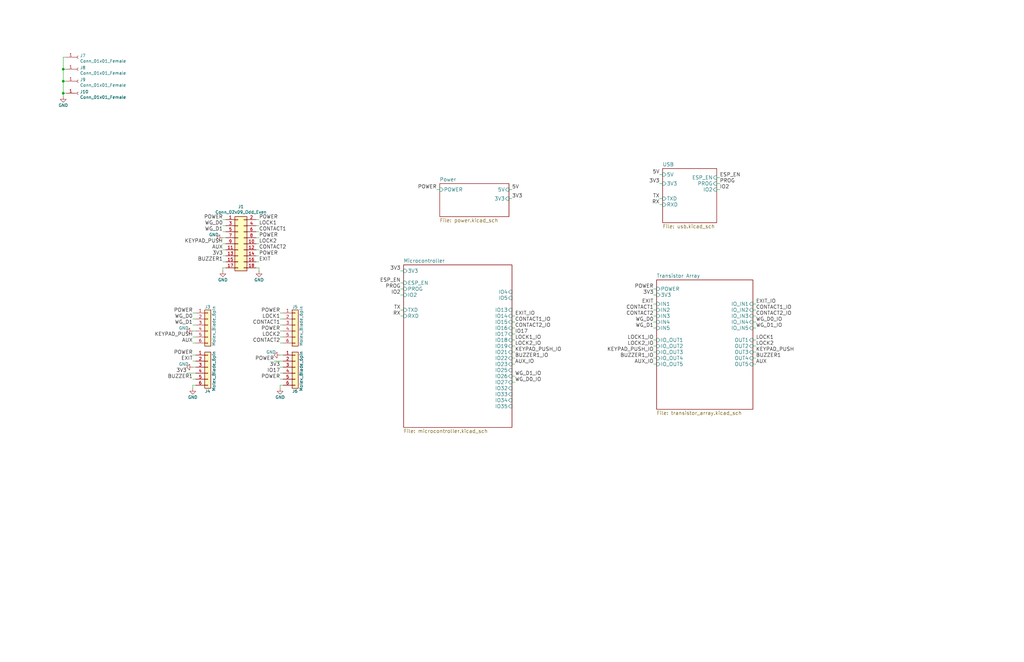
<source format=kicad_sch>
(kicad_sch (version 20211123) (generator eeschema)
  (paper "USLedger")
  (lib_symbols
    (symbol "Connector:Conn_01x01_Female" (pin_names (offset 1.016) hide)
      (property "Reference" "J" (at 0 2.54 0))
      (property "Value" "Connector_Conn_01x01_Female" (at 0 -2.54 0))
      (symbol "Conn_01x01_Female_1_1"
        (polyline (pts (xy -1.27 0) (xy -0.508 0)) (stroke (width 0.1524)))
        (arc (start 0 0.508) (mid -0.508 0) (end 0 -0.508) (stroke (width 0.1524)))
        (pin passive line (at -5.08 0 0) (length 3.81) (name "Pin_1") (number "1"))
      )
    )
    (symbol "Connector_Generic:Conn_02x09_Odd_Even" (pin_names (offset 1.016) hide)
      (property "Reference" "J" (at 1.27 12.7 0))
      (property "Value" "Connector_Generic_Conn_02x09_Odd_Even" (at 1.27 -12.7 0))
      (symbol "Conn_02x09_Odd_Even_1_1"
        (rectangle (start -1.27 -10.033) (end 0 -10.287) (stroke (width 0.1524)))
        (rectangle (start -1.27 -7.493) (end 0 -7.747) (stroke (width 0.1524)))
        (rectangle (start -1.27 -4.953) (end 0 -5.207) (stroke (width 0.1524)))
        (rectangle (start -1.27 -2.413) (end 0 -2.667) (stroke (width 0.1524)))
        (rectangle (start -1.27 0.127) (end 0 -0.127) (stroke (width 0.1524)))
        (rectangle (start -1.27 2.667) (end 0 2.413) (stroke (width 0.1524)))
        (rectangle (start -1.27 5.207) (end 0 4.953) (stroke (width 0.1524)))
        (rectangle (start -1.27 7.747) (end 0 7.493) (stroke (width 0.1524)))
        (rectangle (start -1.27 10.287) (end 0 10.033) (stroke (width 0.1524)))
        (rectangle (start -1.27 11.43) (end 3.81 -11.43) (stroke (width 0.254)) (fill (type background)))
        (rectangle (start 3.81 -10.033) (end 2.54 -10.287) (stroke (width 0.1524)))
        (rectangle (start 3.81 -7.493) (end 2.54 -7.747) (stroke (width 0.1524)))
        (rectangle (start 3.81 -4.953) (end 2.54 -5.207) (stroke (width 0.1524)))
        (rectangle (start 3.81 -2.413) (end 2.54 -2.667) (stroke (width 0.1524)))
        (rectangle (start 3.81 0.127) (end 2.54 -0.127) (stroke (width 0.1524)))
        (rectangle (start 3.81 2.667) (end 2.54 2.413) (stroke (width 0.1524)))
        (rectangle (start 3.81 5.207) (end 2.54 4.953) (stroke (width 0.1524)))
        (rectangle (start 3.81 7.747) (end 2.54 7.493) (stroke (width 0.1524)))
        (rectangle (start 3.81 10.287) (end 2.54 10.033) (stroke (width 0.1524)))
        (pin passive line (at -5.08 10.16 0) (length 3.81) (name "Pin_1") (number "1"))
        (pin passive line (at 7.62 0 180) (length 3.81) (name "Pin_10") (number "10"))
        (pin passive line (at -5.08 -2.54 0) (length 3.81) (name "Pin_11") (number "11"))
        (pin passive line (at 7.62 -2.54 180) (length 3.81) (name "Pin_12") (number "12"))
        (pin passive line (at -5.08 -5.08 0) (length 3.81) (name "Pin_13") (number "13"))
        (pin passive line (at 7.62 -5.08 180) (length 3.81) (name "Pin_14") (number "14"))
        (pin passive line (at -5.08 -7.62 0) (length 3.81) (name "Pin_15") (number "15"))
        (pin passive line (at 7.62 -7.62 180) (length 3.81) (name "Pin_16") (number "16"))
        (pin passive line (at -5.08 -10.16 0) (length 3.81) (name "Pin_17") (number "17"))
        (pin passive line (at 7.62 -10.16 180) (length 3.81) (name "Pin_18") (number "18"))
        (pin passive line (at 7.62 10.16 180) (length 3.81) (name "Pin_2") (number "2"))
        (pin passive line (at -5.08 7.62 0) (length 3.81) (name "Pin_3") (number "3"))
        (pin passive line (at 7.62 7.62 180) (length 3.81) (name "Pin_4") (number "4"))
        (pin passive line (at -5.08 5.08 0) (length 3.81) (name "Pin_5") (number "5"))
        (pin passive line (at 7.62 5.08 180) (length 3.81) (name "Pin_6") (number "6"))
        (pin passive line (at -5.08 2.54 0) (length 3.81) (name "Pin_7") (number "7"))
        (pin passive line (at 7.62 2.54 180) (length 3.81) (name "Pin_8") (number "8"))
        (pin passive line (at -5.08 0 0) (length 3.81) (name "Pin_9") (number "9"))
      )
    )
    (symbol "power:GND" (power) (pin_names (offset 0))
      (property "Value" "power_GND" (at 0 -3.81 0))
      (symbol "GND_0_1"
        (polyline (pts (xy 0 0) (xy 0 -1.27) (xy 1.27 -1.27) (xy 0 -2.54) (xy -1.27 -1.27) (xy 0 -1.27)))
      )
      (symbol "GND_1_1"
        (pin power_in line (at 0 0 270) (length 0) hide (name "GND") (number "1"))
      )
    )
    (symbol "strike-controller-rescue:Molex_Blade_6pin-Open_Automation" (pin_names (offset 1.016) hide)
      (property "Reference" "J" (at 0 7.62 0))
      (property "Value" "Molex_Blade_6pin-Open_Automation" (at 0 -10.16 0))
      (symbol "Molex_Blade_6pin-Open_Automation_1_1"
        (rectangle (start -1.27 -7.493) (end 0 -7.747) (stroke (width 0.1524)))
        (rectangle (start -1.27 -4.953) (end 0 -5.207) (stroke (width 0.1524)))
        (rectangle (start -1.27 -2.413) (end 0 -2.667) (stroke (width 0.1524)))
        (rectangle (start -1.27 0.127) (end 0 -0.127) (stroke (width 0.1524)))
        (rectangle (start -1.27 2.667) (end 0 2.413) (stroke (width 0.1524)))
        (rectangle (start -1.27 5.207) (end 0 4.953) (stroke (width 0.1524)))
        (rectangle (start -1.27 6.35) (end 1.27 -8.89) (stroke (width 0.254)) (fill (type background)))
        (pin passive line (at -5.08 5.08 0) (length 3.81) (name "Pin_1") (number "1"))
        (pin passive line (at -5.08 2.54 0) (length 3.81) (name "Pin_2") (number "2"))
        (pin passive line (at -5.08 0 0) (length 3.81) (name "Pin_3") (number "3"))
        (pin passive line (at -5.08 -2.54 0) (length 3.81) (name "Pin_4") (number "4"))
        (pin passive line (at -5.08 -5.08 0) (length 3.81) (name "Pin_5") (number "5"))
        (pin passive line (at -5.08 -7.62 0) (length 3.81) (name "Pin_6") (number "6"))
      )
    )
  )
  (junction (at 26.67 34.29))
  (junction (at 26.67 29.21))
  (junction (at 26.67 39.37))
  (wire (pts (xy 275.59 128.27) (xy 276.86 128.27)))
  (wire (pts (xy 93.98 110.49) (xy 95.25 110.49)))
  (wire (pts (xy 217.17 146.05) (xy 215.9 146.05)))
  (wire (pts (xy 217.17 161.29) (xy 215.9 161.29)))
  (wire (pts (xy 303.53 77.47) (xy 302.26 77.47)))
  (wire (pts (xy 217.17 135.89) (xy 215.9 135.89)))
  (wire (pts (xy 81.28 144.78) (xy 82.55 144.78)))
  (wire (pts (xy 275.59 153.67) (xy 276.86 153.67)))
  (wire (pts (xy 26.67 29.21) (xy 26.67 24.13)))
  (wire (pts (xy 318.77 128.27) (xy 317.5 128.27)))
  (wire (pts (xy 168.91 124.46) (xy 170.18 124.46)))
  (wire (pts (xy 26.67 39.37) (xy 26.67 34.29)))
  (wire (pts (xy 26.67 24.13) (xy 27.94 24.13)))
  (wire (pts (xy 109.22 110.49) (xy 107.95 110.49)))
  (wire (pts (xy 81.28 142.24) (xy 82.55 142.24)))
  (wire (pts (xy 81.28 162.56) (xy 82.55 162.56)))
  (wire (pts (xy 275.59 130.81) (xy 276.86 130.81)))
  (wire (pts (xy 118.11 163.83) (xy 118.11 162.56)))
  (wire (pts (xy 318.77 151.13) (xy 317.5 151.13)))
  (wire (pts (xy 168.91 119.38) (xy 170.18 119.38)))
  (wire (pts (xy 78.74 157.48) (xy 82.55 157.48)))
  (wire (pts (xy 275.59 138.43) (xy 276.86 138.43)))
  (wire (pts (xy 81.28 134.62) (xy 82.55 134.62)))
  (wire (pts (xy 109.22 92.71) (xy 107.95 92.71)))
  (wire (pts (xy 26.67 40.64) (xy 26.67 39.37)))
  (wire (pts (xy 217.17 138.43) (xy 215.9 138.43)))
  (wire (pts (xy 109.22 114.3) (xy 109.22 113.03)))
  (wire (pts (xy 93.98 92.71) (xy 95.25 92.71)))
  (wire (pts (xy 81.28 160.02) (xy 82.55 160.02)))
  (wire (pts (xy 26.67 34.29) (xy 26.67 29.21)))
  (wire (pts (xy 81.28 132.08) (xy 82.55 132.08)))
  (wire (pts (xy 275.59 151.13) (xy 276.86 151.13)))
  (wire (pts (xy 109.22 113.03) (xy 107.95 113.03)))
  (wire (pts (xy 109.22 102.87) (xy 107.95 102.87)))
  (wire (pts (xy 278.13 73.66) (xy 279.4 73.66)))
  (wire (pts (xy 93.98 102.87) (xy 95.25 102.87)))
  (wire (pts (xy 318.77 146.05) (xy 317.5 146.05)))
  (wire (pts (xy 184.15 80.01) (xy 185.42 80.01)))
  (wire (pts (xy 93.98 105.41) (xy 95.25 105.41)))
  (wire (pts (xy 275.59 133.35) (xy 276.86 133.35)))
  (wire (pts (xy 118.11 142.24) (xy 119.38 142.24)))
  (wire (pts (xy 109.22 97.79) (xy 107.95 97.79)))
  (wire (pts (xy 118.11 154.94) (xy 119.38 154.94)))
  (wire (pts (xy 214.63 83.82) (xy 215.9 83.82)))
  (wire (pts (xy 27.94 39.37) (xy 26.67 39.37)))
  (wire (pts (xy 109.22 105.41) (xy 107.95 105.41)))
  (wire (pts (xy 217.17 153.67) (xy 215.9 153.67)))
  (wire (pts (xy 118.11 157.48) (xy 119.38 157.48)))
  (wire (pts (xy 217.17 140.97) (xy 215.9 140.97)))
  (wire (pts (xy 118.11 160.02) (xy 119.38 160.02)))
  (wire (pts (xy 81.28 139.7) (xy 82.55 139.7)))
  (wire (pts (xy 303.53 74.93) (xy 302.26 74.93)))
  (wire (pts (xy 275.59 135.89) (xy 276.86 135.89)))
  (wire (pts (xy 168.91 130.81) (xy 170.18 130.81)))
  (wire (pts (xy 278.13 86.36) (xy 279.4 86.36)))
  (wire (pts (xy 318.77 153.67) (xy 317.5 153.67)))
  (wire (pts (xy 93.98 107.95) (xy 95.25 107.95)))
  (wire (pts (xy 93.98 114.3) (xy 93.98 113.03)))
  (wire (pts (xy 118.11 134.62) (xy 119.38 134.62)))
  (wire (pts (xy 27.94 29.21) (xy 26.67 29.21)))
  (wire (pts (xy 214.63 80.01) (xy 215.9 80.01)))
  (wire (pts (xy 93.98 100.33) (xy 95.25 100.33)))
  (wire (pts (xy 275.59 143.51) (xy 276.86 143.51)))
  (wire (pts (xy 81.28 137.16) (xy 82.55 137.16)))
  (wire (pts (xy 278.13 77.47) (xy 279.4 77.47)))
  (wire (pts (xy 318.77 130.81) (xy 317.5 130.81)))
  (wire (pts (xy 118.11 144.78) (xy 119.38 144.78)))
  (wire (pts (xy 109.22 107.95) (xy 107.95 107.95)))
  (wire (pts (xy 27.94 34.29) (xy 26.67 34.29)))
  (wire (pts (xy 93.98 95.25) (xy 95.25 95.25)))
  (wire (pts (xy 217.17 151.13) (xy 215.9 151.13)))
  (wire (pts (xy 275.59 121.92) (xy 276.86 121.92)))
  (wire (pts (xy 318.77 138.43) (xy 317.5 138.43)))
  (wire (pts (xy 217.17 148.59) (xy 215.9 148.59)))
  (wire (pts (xy 118.11 132.08) (xy 119.38 132.08)))
  (wire (pts (xy 109.22 95.25) (xy 107.95 95.25)))
  (wire (pts (xy 118.11 162.56) (xy 119.38 162.56)))
  (wire (pts (xy 168.91 121.92) (xy 170.18 121.92)))
  (wire (pts (xy 109.22 100.33) (xy 107.95 100.33)))
  (wire (pts (xy 168.91 114.3) (xy 170.18 114.3)))
  (wire (pts (xy 118.11 137.16) (xy 119.38 137.16)))
  (wire (pts (xy 303.53 80.01) (xy 302.26 80.01)))
  (wire (pts (xy 318.77 133.35) (xy 317.5 133.35)))
  (wire (pts (xy 217.17 158.75) (xy 215.9 158.75)))
  (wire (pts (xy 275.59 124.46) (xy 276.86 124.46)))
  (wire (pts (xy 275.59 146.05) (xy 276.86 146.05)))
  (wire (pts (xy 318.77 148.59) (xy 317.5 148.59)))
  (wire (pts (xy 318.77 135.89) (xy 317.5 135.89)))
  (wire (pts (xy 81.28 149.86) (xy 82.55 149.86)))
  (wire (pts (xy 275.59 148.59) (xy 276.86 148.59)))
  (wire (pts (xy 217.17 133.35) (xy 215.9 133.35)))
  (wire (pts (xy 93.98 97.79) (xy 95.25 97.79)))
  (wire (pts (xy 81.28 152.4) (xy 82.55 152.4)))
  (wire (pts (xy 81.28 163.83) (xy 81.28 162.56)))
  (wire (pts (xy 115.57 152.4) (xy 119.38 152.4)))
  (wire (pts (xy 93.98 113.03) (xy 95.25 113.03)))
  (wire (pts (xy 318.77 143.51) (xy 317.5 143.51)))
  (wire (pts (xy 118.11 139.7) (xy 119.38 139.7)))
  (wire (pts (xy 217.17 143.51) (xy 215.9 143.51)))
  (wire (pts (xy 118.11 149.86) (xy 119.38 149.86)))
  (wire (pts (xy 168.91 133.35) (xy 170.18 133.35)))
  (wire (pts (xy 81.28 154.94) (xy 82.55 154.94)))
  (wire (pts (xy 278.13 83.82) (xy 279.4 83.82)))
  (label "IO17" (at 217.17 140.97 0) (effects (font (size 1.524 1.524))))
  (label "IO2" (at 303.53 80.01 0) (effects (font (size 1.524 1.524))))
  (label "POWER" (at 109.22 100.33 0) (effects (font (size 1.524 1.524))))
  (label "CONTACT2_IO" (at 318.77 133.35 0) (effects (font (size 1.524 1.524))))
  (label "POWER" (at 115.57 152.4 180) (effects (font (size 1.524 1.524))))
  (label "LOCK2" (at 318.77 146.05 0) (effects (font (size 1.524 1.524))))
  (label "LOCK1_IO" (at 275.59 143.51 180) (effects (font (size 1.524 1.524))))
  (label "POWER" (at 118.11 132.08 180) (effects (font (size 1.524 1.524))))
  (label "WG_D1_IO" (at 217.17 158.75 0) (effects (font (size 1.524 1.524))))
  (label "AUX" (at 318.77 153.67 0) (effects (font (size 1.524 1.524))))
  (label "CONTACT2" (at 109.22 105.41 0) (effects (font (size 1.524 1.524))))
  (label "BUZZER1" (at 318.77 151.13 0) (effects (font (size 1.524 1.524))))
  (label "CONTACT2_IO" (at 217.17 138.43 0) (effects (font (size 1.524 1.524))))
  (label "BUZZER1_IO" (at 217.17 151.13 0) (effects (font (size 1.524 1.524))))
  (label "BUZZER1" (at 81.28 160.02 180) (effects (font (size 1.524 1.524))))
  (label "TX" (at 278.13 83.82 180) (effects (font (size 1.524 1.524))))
  (label "POWER" (at 118.11 160.02 180) (effects (font (size 1.524 1.524))))
  (label "5V" (at 215.9 80.01 0) (effects (font (size 1.524 1.524))))
  (label "3V3" (at 215.9 83.82 0) (effects (font (size 1.524 1.524))))
  (label "ESP_EN" (at 303.53 74.93 0) (effects (font (size 1.524 1.524))))
  (label "LOCK1" (at 109.22 95.25 0) (effects (font (size 1.524 1.524))))
  (label "BUZZER1" (at 93.98 110.49 180) (effects (font (size 1.524 1.524))))
  (label "WG_D0_IO" (at 217.17 161.29 0) (effects (font (size 1.524 1.524))))
  (label "CONTACT2" (at 118.11 144.78 180) (effects (font (size 1.524 1.524))))
  (label "KEYPAD_PUSH" (at 318.77 148.59 0) (effects (font (size 1.524 1.524))))
  (label "AUX" (at 81.28 144.78 180) (effects (font (size 1.524 1.524))))
  (label "WG_D1_IO" (at 318.77 138.43 0) (effects (font (size 1.524 1.524))))
  (label "EXIT_IO" (at 318.77 128.27 0) (effects (font (size 1.524 1.524))))
  (label "3V3" (at 275.59 124.46 180) (effects (font (size 1.524 1.524))))
  (label "AUX_IO" (at 217.17 153.67 0) (effects (font (size 1.524 1.524))))
  (label "3V3" (at 278.13 77.47 180) (effects (font (size 1.524 1.524))))
  (label "WG_D0_IO" (at 318.77 135.89 0) (effects (font (size 1.524 1.524))))
  (label "KEYPAD_PUSH_IO" (at 275.59 148.59 180) (effects (font (size 1.524 1.524))))
  (label "EXIT_IO" (at 217.17 133.35 0) (effects (font (size 1.524 1.524))))
  (label "WG_D0" (at 81.28 134.62 180) (effects (font (size 1.524 1.524))))
  (label "POWER" (at 81.28 149.86 180) (effects (font (size 1.524 1.524))))
  (label "LOCK1" (at 118.11 134.62 180) (effects (font (size 1.524 1.524))))
  (label "POWER" (at 109.22 92.71 0) (effects (font (size 1.524 1.524))))
  (label "POWER" (at 93.98 92.71 180) (effects (font (size 1.524 1.524))))
  (label "EXIT" (at 275.59 128.27 180) (effects (font (size 1.524 1.524))))
  (label "POWER" (at 275.59 121.92 180) (effects (font (size 1.524 1.524))))
  (label "WG_D1" (at 81.28 137.16 180) (effects (font (size 1.524 1.524))))
  (label "EXIT" (at 109.22 110.49 0) (effects (font (size 1.524 1.524))))
  (label "CONTACT1_IO" (at 318.77 130.81 0) (effects (font (size 1.524 1.524))))
  (label "AUX_IO" (at 275.59 153.67 180) (effects (font (size 1.524 1.524))))
  (label "RX" (at 168.91 133.35 180) (effects (font (size 1.524 1.524))))
  (label "IO2" (at 168.91 124.46 180) (effects (font (size 1.524 1.524))))
  (label "CONTACT1" (at 118.11 137.16 180) (effects (font (size 1.524 1.524))))
  (label "3V3" (at 168.91 114.3 180) (effects (font (size 1.524 1.524))))
  (label "WG_D1" (at 93.98 97.79 180) (effects (font (size 1.524 1.524))))
  (label "LOCK2_IO" (at 217.17 146.05 0) (effects (font (size 1.524 1.524))))
  (label "KEYPAD_PUSH_IO" (at 217.17 148.59 0) (effects (font (size 1.524 1.524))))
  (label "WG_D0" (at 275.59 135.89 180) (effects (font (size 1.524 1.524))))
  (label "WG_D1" (at 275.59 138.43 180) (effects (font (size 1.524 1.524))))
  (label "PROG" (at 168.91 121.92 180) (effects (font (size 1.524 1.524))))
  (label "LOCK1_IO" (at 217.17 143.51 0) (effects (font (size 1.524 1.524))))
  (label "3V3" (at 78.74 157.48 180) (effects (font (size 1.524 1.524))))
  (label "CONTACT1" (at 275.59 130.81 180) (effects (font (size 1.524 1.524))))
  (label "RX" (at 278.13 86.36 180) (effects (font (size 1.524 1.524))))
  (label "CONTACT1_IO" (at 217.17 135.89 0) (effects (font (size 1.524 1.524))))
  (label "EXIT" (at 81.28 152.4 180) (effects (font (size 1.524 1.524))))
  (label "WG_D0" (at 93.98 95.25 180) (effects (font (size 1.524 1.524))))
  (label "POWER" (at 81.28 132.08 180) (effects (font (size 1.524 1.524))))
  (label "LOCK2" (at 118.11 142.24 180) (effects (font (size 1.524 1.524))))
  (label "TX" (at 168.91 130.81 180) (effects (font (size 1.524 1.524))))
  (label "PROG" (at 303.53 77.47 0) (effects (font (size 1.524 1.524))))
  (label "LOCK2_IO" (at 275.59 146.05 180) (effects (font (size 1.524 1.524))))
  (label "KEYPAD_PUSH" (at 93.98 102.87 180) (effects (font (size 1.524 1.524))))
  (label "POWER" (at 109.22 107.95 0) (effects (font (size 1.524 1.524))))
  (label "5V" (at 278.13 73.66 180) (effects (font (size 1.524 1.524))))
  (label "POWER" (at 118.11 139.7 180) (effects (font (size 1.524 1.524))))
  (label "CONTACT2" (at 275.59 133.35 180) (effects (font (size 1.524 1.524))))
  (label "3V3" (at 118.11 154.94 180) (effects (font (size 1.524 1.524))))
  (label "LOCK1" (at 318.77 143.51 0) (effects (font (size 1.524 1.524))))
  (label "IO17" (at 118.11 157.48 180) (effects (font (size 1.524 1.524))))
  (label "ESP_EN" (at 168.91 119.38 180) (effects (font (size 1.524 1.524))))
  (label "POWER" (at 184.15 80.01 180) (effects (font (size 1.524 1.524))))
  (label "KEYPAD_PUSH" (at 81.28 142.24 180) (effects (font (size 1.524 1.524))))
  (label "BUZZER1_IO" (at 275.59 151.13 180) (effects (font (size 1.524 1.524))))
  (label "LOCK2" (at 109.22 102.87 0) (effects (font (size 1.524 1.524))))
  (label "AUX" (at 93.98 105.41 180) (effects (font (size 1.524 1.524))))
  (label "CONTACT1" (at 109.22 97.79 0) (effects (font (size 1.524 1.524))))
  (label "3V3" (at 93.98 107.95 180) (effects (font (size 1.524 1.524))))
  (symbol (lib_id "Connector_Generic:Conn_02x09_Odd_Even") (at 100.33 102.87 0) (unit 1)
    (property "Reference" "J1" (at 101.6 87.1982 0))
    (property "Value" "Conn_02x09_Odd_Even" (at 101.6 89.5096 0))
    (property "Footprint" "Connector_PinHeader_2.54mm:PinHeader_2x09_P2.54mm_Vertical_SMD" (effects hide))
  )
  (symbol (lib_id "Connector:Conn_01x01_Female") (at 33.02 24.13 0) (unit 1)
    (property "Reference" "J7" (at 33.7312 23.4696 0) (effects (justify left)))
    (property "Value" "Conn_01x01_Female" (at 33.7312 25.781 0) (effects (justify left)))
    (property "Footprint" "Open_Automation:Mount_Hole_1p5" (effects hide))
  )
  (symbol (lib_id "Connector:Conn_01x01_Female") (at 33.02 29.21 0) (unit 1)
    (property "Reference" "J8" (at 33.7312 28.5496 0) (effects (justify left)))
    (property "Value" "Conn_01x01_Female" (at 33.7312 30.861 0) (effects (justify left)))
    (property "Footprint" "Open_Automation:Mount_Hole_1p5" (effects hide))
  )
  (symbol (lib_id "Connector:Conn_01x01_Female") (at 33.02 34.29 0) (unit 1)
    (property "Reference" "J9" (at 33.7312 33.6296 0) (effects (justify left)))
    (property "Value" "Conn_01x01_Female" (at 33.7312 35.941 0) (effects (justify left)))
    (property "Footprint" "Open_Automation:Mount_Hole_1p5" (effects hide))
  )
  (symbol (lib_id "Connector:Conn_01x01_Female") (at 33.02 39.37 0) (unit 1)
    (property "Reference" "J10" (at 33.7312 38.7096 0) (effects (justify left)))
    (property "Value" "Conn_01x01_Female" (at 33.7312 41.021 0) (effects (justify left)))
    (property "Footprint" "Open_Automation:Mount_Hole_1p5" (effects hide))
  )
  (symbol (lib_id "power:GND") (at 26.67 40.64 0) (unit 1)
    (property "Reference" "#PWR0109" (effects hide))
    (property "Value" "GND" (at 26.67 44.45 0))
  )
  (symbol (lib_id "power:GND") (at 109.22 114.3 0) (unit 1)
    (property "Reference" "#PWR0101" (effects hide))
    (property "Value" "GND" (at 109.22 118.11 0))
  )
  (symbol (lib_id "power:GND") (at 93.98 100.33 270) (unit 1)
    (property "Reference" "#PWR0102" (effects hide))
    (property "Value" "GND" (at 90.17 99.06 90))
  )
  (symbol (lib_id "power:GND") (at 93.98 114.3 0) (mirror y) (unit 1)
    (property "Reference" "#PWR0103" (effects hide))
    (property "Value" "GND" (at 93.98 118.11 0))
  )
  (symbol (lib_id "strike-controller-rescue:Molex_Blade_6pin-Open_Automation") (at 87.63 137.16 0) (unit 1)
    (property "Reference" "J3" (at 86.36 129.54 0) (effects (justify left)))
    (property "Value" "Molex_Blade_6pin" (at 90.17 146.05 90) (effects (justify left)))
    (property "Footprint" "Connector_Molex:Molex_PicoBlade_53261-0671_1x06-1MP_P1.25mm_Horizontal" (effects hide))
    (property "Datasheet" "https://datasheet.lcsc.com/lcsc/1912111437_MOLEX-533980671_C277393.pdf" (effects hide))
    (property "Part Number" "533980671" (effects hide))
    (property "LCSC" "C395347" (effects hide))
  )
  (symbol (lib_id "strike-controller-rescue:Molex_Blade_6pin-Open_Automation") (at 87.63 154.94 0) (unit 1)
    (property "Reference" "J4" (at 86.36 165.1 0) (effects (justify left)))
    (property "Value" "Molex_Blade_6pin" (at 90.17 165.1 90) (effects (justify left)))
    (property "Footprint" "Connector_Molex:Molex_PicoBlade_53261-0671_1x06-1MP_P1.25mm_Horizontal" (effects hide))
    (property "Datasheet" "https://datasheet.lcsc.com/lcsc/1912111437_MOLEX-533980671_C277393.pdf" (effects hide))
    (property "Part Number" "533980671" (effects hide))
    (property "LCSC" "C395347" (effects hide))
  )
  (symbol (lib_id "strike-controller-rescue:Molex_Blade_6pin-Open_Automation") (at 124.46 137.16 0) (unit 1)
    (property "Reference" "J5" (at 123.19 129.54 0) (effects (justify left)))
    (property "Value" "Molex_Blade_6pin" (at 127 146.05 90) (effects (justify left)))
    (property "Footprint" "Connector_Molex:Molex_PicoBlade_53261-0671_1x06-1MP_P1.25mm_Horizontal" (effects hide))
    (property "Datasheet" "https://datasheet.lcsc.com/lcsc/1912111437_MOLEX-533980671_C277393.pdf" (effects hide))
    (property "Part Number" "533980671" (effects hide))
    (property "LCSC" "C395347" (effects hide))
  )
  (symbol (lib_id "strike-controller-rescue:Molex_Blade_6pin-Open_Automation") (at 124.46 154.94 0) (unit 1)
    (property "Reference" "J6" (at 123.19 165.1 0) (effects (justify left)))
    (property "Value" "Molex_Blade_6pin" (at 127 165.1 90) (effects (justify left)))
    (property "Footprint" "Connector_Molex:Molex_PicoBlade_53261-0671_1x06-1MP_P1.25mm_Horizontal" (effects hide))
    (property "Datasheet" "https://datasheet.lcsc.com/lcsc/1912111437_MOLEX-533980671_C277393.pdf" (effects hide))
    (property "Part Number" "533980671" (effects hide))
    (property "LCSC" "C395347" (effects hide))
  )
  (symbol (lib_id "power:GND") (at 81.28 139.7 270) (unit 1)
    (property "Reference" "#PWR0104" (effects hide))
    (property "Value" "GND" (at 77.47 138.43 90))
  )
  (symbol (lib_id "power:GND") (at 81.28 154.94 270) (mirror x) (unit 1)
    (property "Reference" "#PWR0105" (effects hide))
    (property "Value" "GND" (at 77.47 153.67 90))
  )
  (symbol (lib_id "power:GND") (at 81.28 163.83 0) (mirror y) (unit 1)
    (property "Reference" "#PWR0106" (effects hide))
    (property "Value" "GND" (at 81.28 167.64 0))
  )
  (symbol (lib_id "power:GND") (at 118.11 163.83 0) (mirror y) (unit 1)
    (property "Reference" "#PWR0107" (effects hide))
    (property "Value" "GND" (at 118.11 167.64 0))
  )
  (symbol (lib_id "power:GND") (at 118.11 149.86 270) (mirror x) (unit 1)
    (property "Reference" "#PWR0108" (effects hide))
    (property "Value" "GND" (at 114.3 148.59 90))
  )
  (sheet (at 170.18 111.76) (size 45.72 68.58)
    (property "Sheet name" "Microcontroller" (at 170.18 110.9214 0) (effects (font (size 1.524 1.524)) (justify left bottom)))
    (property "Sheet file" "microcontroller.kicad_sch" (at 170.18 181.0262 0) (effects (font (size 1.524 1.524)) (justify left top)))
    (pin "RXD" input (at 170.18 133.35 180) (effects (font (size 1.524 1.524))))
    (pin "TXD" input (at 170.18 130.81 180) (effects (font (size 1.524 1.524))))
    (pin "IO5" input (at 215.9 125.73 0) (effects (font (size 1.524 1.524))))
    (pin "3V3" input (at 170.18 114.3 180) (effects (font (size 1.524 1.524))))
    (pin "IO4" input (at 215.9 123.19 0) (effects (font (size 1.524 1.524))))
    (pin "IO33" input (at 215.9 166.37 0) (effects (font (size 1.524 1.524))))
    (pin "IO32" input (at 215.9 163.83 0) (effects (font (size 1.524 1.524))))
    (pin "IO18" input (at 215.9 143.51 0) (effects (font (size 1.524 1.524))))
    (pin "ESP_EN" input (at 170.18 119.38 180) (effects (font (size 1.524 1.524))))
    (pin "PROG" input (at 170.18 121.92 180) (effects (font (size 1.524 1.524))))
    (pin "IO35" input (at 215.9 171.45 0) (effects (font (size 1.524 1.524))))
    (pin "IO34" input (at 215.9 168.91 0) (effects (font (size 1.524 1.524))))
    (pin "IO16" input (at 215.9 138.43 0) (effects (font (size 1.524 1.524))))
    (pin "IO17" input (at 215.9 140.97 0) (effects (font (size 1.524 1.524))))
    (pin "IO13" input (at 215.9 130.81 0) (effects (font (size 1.524 1.524))))
    (pin "IO15" input (at 215.9 135.89 0) (effects (font (size 1.524 1.524))))
    (pin "IO25" input (at 215.9 156.21 0) (effects (font (size 1.524 1.524))))
    (pin "IO19" input (at 215.9 146.05 0) (effects (font (size 1.524 1.524))))
    (pin "IO23" input (at 215.9 153.67 0) (effects (font (size 1.524 1.524))))
    (pin "IO26" input (at 215.9 158.75 0) (effects (font (size 1.524 1.524))))
    (pin "IO27" input (at 215.9 161.29 0) (effects (font (size 1.524 1.524))))
    (pin "IO2" input (at 170.18 124.46 180) (effects (font (size 1.524 1.524))))
    (pin "IO22" input (at 215.9 151.13 0) (effects (font (size 1.524 1.524))))
    (pin "IO21" input (at 215.9 148.59 0) (effects (font (size 1.524 1.524))))
    (pin "IO14" input (at 215.9 133.35 0) (effects (font (size 1.524 1.524))))
  )
  (sheet (at 279.4 71.12) (size 22.86 22.86)
    (property "Sheet name" "USB" (at 279.4 70.2814 0) (effects (font (size 1.524 1.524)) (justify left bottom)))
    (property "Sheet file" "usb.kicad_sch" (at 279.4 94.6662 0) (effects (font (size 1.524 1.524)) (justify left top)))
    (pin "RXD" input (at 279.4 86.36 180) (effects (font (size 1.524 1.524))))
    (pin "TXD" input (at 279.4 83.82 180) (effects (font (size 1.524 1.524))))
    (pin "ESP_EN" input (at 302.26 74.93 0) (effects (font (size 1.524 1.524))))
    (pin "PROG" input (at 302.26 77.47 0) (effects (font (size 1.524 1.524))))
    (pin "3V3" input (at 279.4 77.47 180) (effects (font (size 1.524 1.524))))
    (pin "IO2" input (at 302.26 80.01 0) (effects (font (size 1.524 1.524))))
    (pin "5V" input (at 279.4 73.66 180) (effects (font (size 1.524 1.524))))
  )
  (sheet (at 185.42 77.47) (size 29.21 13.97)
    (property "Sheet name" "Power" (at 185.42 76.6314 0) (effects (font (size 1.524 1.524)) (justify left bottom)))
    (property "Sheet file" "power.kicad_sch" (at 185.42 92.1262 0) (effects (font (size 1.524 1.524)) (justify left top)))
    (pin "3V3" input (at 214.63 83.82 0) (effects (font (size 1.524 1.524))))
    (pin "POWER" input (at 185.42 80.01 180) (effects (font (size 1.524 1.524))))
    (pin "5V" input (at 214.63 80.01 0) (effects (font (size 1.524 1.524))))
  )
  (sheet (at 276.86 118.11) (size 40.64 54.61)
    (property "Sheet name" "Transistor Array" (at 276.86 117.2714 0) (effects (font (size 1.524 1.524)) (justify left bottom)))
    (property "Sheet file" "transistor_array.kicad_sch" (at 276.86 173.4062 0) (effects (font (size 1.524 1.524)) (justify left top)))
    (pin "IN1" input (at 276.86 128.27 180) (effects (font (size 1.524 1.524))))
    (pin "POWER" input (at 276.86 121.92 180) (effects (font (size 1.524 1.524))))
    (pin "IN2" input (at 276.86 130.81 180) (effects (font (size 1.524 1.524))))
    (pin "IN3" input (at 276.86 133.35 180) (effects (font (size 1.524 1.524))))
    (pin "IN4" input (at 276.86 135.89 180) (effects (font (size 1.524 1.524))))
    (pin "IN5" input (at 276.86 138.43 180) (effects (font (size 1.524 1.524))))
    (pin "OUT1" input (at 317.5 143.51 0) (effects (font (size 1.524 1.524))))
    (pin "OUT2" input (at 317.5 146.05 0) (effects (font (size 1.524 1.524))))
    (pin "OUT3" input (at 317.5 148.59 0) (effects (font (size 1.524 1.524))))
    (pin "OUT4" input (at 317.5 151.13 0) (effects (font (size 1.524 1.524))))
    (pin "OUT5" input (at 317.5 153.67 0) (effects (font (size 1.524 1.524))))
    (pin "3V3" input (at 276.86 124.46 180) (effects (font (size 1.524 1.524))))
    (pin "IO_IN1" input (at 317.5 128.27 0) (effects (font (size 1.524 1.524))))
    (pin "IO_IN2" input (at 317.5 130.81 0) (effects (font (size 1.524 1.524))))
    (pin "IO_IN3" input (at 317.5 133.35 0) (effects (font (size 1.524 1.524))))
    (pin "IO_IN4" input (at 317.5 135.89 0) (effects (font (size 1.524 1.524))))
    (pin "IO_IN5" input (at 317.5 138.43 0) (effects (font (size 1.524 1.524))))
    (pin "IO_OUT1" input (at 276.86 143.51 180) (effects (font (size 1.524 1.524))))
    (pin "IO_OUT2" input (at 276.86 146.05 180) (effects (font (size 1.524 1.524))))
    (pin "IO_OUT4" input (at 276.86 151.13 180) (effects (font (size 1.524 1.524))))
    (pin "IO_OUT3" input (at 276.86 148.59 180) (effects (font (size 1.524 1.524))))
    (pin "IO_OUT5" input (at 276.86 153.67 180) (effects (font (size 1.524 1.524))))
  )
)
</source>
